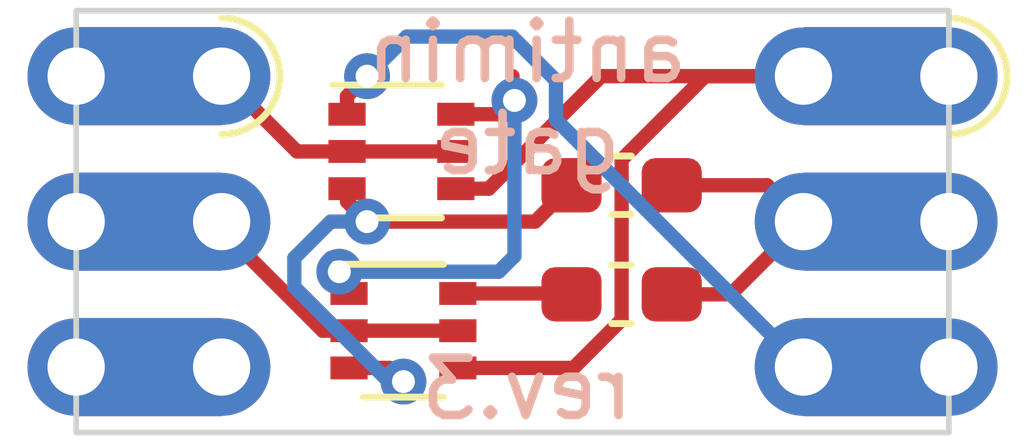
<source format=kicad_pcb>
(kicad_pcb (version 20171130) (host pcbnew 5.1.6)

  (general
    (thickness 1.6)
    (drawings 6)
    (tracks 58)
    (zones 0)
    (modules 6)
    (nets 10)
  )

  (page A4)
  (layers
    (0 F.Cu signal)
    (31 B.Cu signal)
    (32 B.Adhes user)
    (33 F.Adhes user)
    (34 B.Paste user)
    (35 F.Paste user)
    (36 B.SilkS user)
    (37 F.SilkS user)
    (38 B.Mask user)
    (39 F.Mask user)
    (40 Dwgs.User user)
    (41 Cmts.User user)
    (42 Eco1.User user)
    (43 Eco2.User user)
    (44 Edge.Cuts user)
    (45 Margin user)
    (46 B.CrtYd user)
    (47 F.CrtYd user)
    (48 B.Fab user)
    (49 F.Fab user hide)
  )

  (setup
    (last_trace_width 0.25)
    (user_trace_width 0.3)
    (trace_clearance 0.2)
    (zone_clearance 0.508)
    (zone_45_only no)
    (trace_min 0.2)
    (via_size 0.8)
    (via_drill 0.4)
    (via_min_size 0.4)
    (via_min_drill 0.3)
    (uvia_size 0.3)
    (uvia_drill 0.1)
    (uvias_allowed no)
    (uvia_min_size 0.2)
    (uvia_min_drill 0.1)
    (edge_width 0.05)
    (segment_width 0.2)
    (pcb_text_width 0.3)
    (pcb_text_size 1.5 1.5)
    (mod_edge_width 0.12)
    (mod_text_size 1 1)
    (mod_text_width 0.15)
    (pad_size 1.524 1.524)
    (pad_drill 0.762)
    (pad_to_mask_clearance 0.05)
    (aux_axis_origin 0 0)
    (visible_elements FFFFFF7F)
    (pcbplotparams
      (layerselection 0x010fc_ffffffff)
      (usegerberextensions false)
      (usegerberattributes true)
      (usegerberadvancedattributes true)
      (creategerberjobfile true)
      (excludeedgelayer true)
      (linewidth 0.100000)
      (plotframeref false)
      (viasonmask false)
      (mode 1)
      (useauxorigin false)
      (hpglpennumber 1)
      (hpglpenspeed 20)
      (hpglpendiameter 15.000000)
      (psnegative false)
      (psa4output false)
      (plotreference true)
      (plotvalue true)
      (plotinvisibletext false)
      (padsonsilk false)
      (subtractmaskfromsilk false)
      (outputformat 1)
      (mirror false)
      (drillshape 0)
      (scaleselection 1)
      (outputdirectory "../../../../pcbs/gates/antimin/"))
  )

  (net 0 "")
  (net 1 Vss)
  (net 2 Out)
  (net 3 B)
  (net 4 Vdd)
  (net 5 A)
  (net 6 "Net-(J1-Pad3)")
  (net 7 "Net-(Q1-Pad6)")
  (net 8 "Net-(Q1-Pad3)")
  (net 9 "Net-(Q2-Pad6)")

  (net_class Default "This is the default net class."
    (clearance 0.2)
    (trace_width 0.25)
    (via_dia 0.8)
    (via_drill 0.4)
    (uvia_dia 0.3)
    (uvia_drill 0.1)
    (add_net A)
    (add_net B)
    (add_net "Net-(J1-Pad3)")
    (add_net "Net-(Q1-Pad3)")
    (add_net "Net-(Q1-Pad6)")
    (add_net "Net-(Q2-Pad6)")
    (add_net Out)
    (add_net Vdd)
    (add_net Vss)
  )

  (module Castellation:Hybrid_Castellation_1x03_P2.54 (layer F.Cu) (tedit 60A116C0) (tstamp 5FF6B190)
    (at 93.98 56.515)
    (descr "Edge Castellation, 1x03, 2.54mm pitch, single row")
    (tags "Castellation Edge 1x03 2.54mm single row")
    (path /5FE289D5)
    (fp_text reference J2 (at 0 -2.54) (layer F.SilkS) hide
      (effects (font (size 1 1) (thickness 0.15)))
    )
    (fp_text value Conn_01x03 (at 0 7.85) (layer F.Fab)
      (effects (font (size 1 1) (thickness 0.15)))
    )
    (fp_line (start -2.54 6.35) (end 2.54 6.35) (layer F.Fab) (width 0.12))
    (fp_line (start -2.54 -1.27) (end 1.905 -1.27) (layer F.Fab) (width 0.12))
    (fp_line (start 1.905 -1.27) (end 2.54 -0.635) (layer F.Fab) (width 0.1))
    (fp_line (start -2.54 6.35) (end -2.54 -1.27) (layer F.Fab) (width 0.1))
    (fp_line (start 2.54 -0.635) (end 2.54 6.35) (layer F.Fab) (width 0.1))
    (fp_arc (start 1.27 0) (end 1.27 1.016) (angle -180) (layer F.SilkS) (width 0.12))
    (fp_text user %R (at 0 2.54 90) (layer F.Fab)
      (effects (font (size 1 1) (thickness 0.15)))
    )
    (pad 3 connect custom (at 0 5.08) (size 2.54 1.7145) (layers B.Cu B.Mask)
      (net 1 Vss) (zone_connect 0)
      (options (clearance outline) (anchor rect))
      (primitives
      ))
    (pad 2 connect custom (at 0 2.54) (size 2.54 1.7145) (layers B.Cu B.Mask)
      (net 2 Out) (zone_connect 0)
      (options (clearance outline) (anchor rect))
      (primitives
      ))
    (pad 1 connect custom (at 0 0) (size 2.54 1.7145) (layers B.Cu B.Mask)
      (net 4 Vdd) (zone_connect 0)
      (options (clearance outline) (anchor rect))
      (primitives
      ))
    (pad 3 connect custom (at 0 5.08) (size 2.54 1.7145) (layers F.Cu F.Mask)
      (net 1 Vss) (zone_connect 0)
      (options (clearance outline) (anchor rect))
      (primitives
      ))
    (pad 2 connect custom (at 0 2.54) (size 2.54 1.7145) (layers F.Cu F.Mask)
      (net 2 Out) (zone_connect 0)
      (options (clearance outline) (anchor rect))
      (primitives
      ))
    (pad 1 connect custom (at 0 0) (size 2.54 1.7145) (layers F.Cu F.Mask)
      (net 4 Vdd) (zone_connect 0)
      (options (clearance outline) (anchor rect))
      (primitives
      ))
    (pad 1 thru_hole oval (at 1.27 0) (size 1.7 1.7) (drill 1) (layers *.Cu *.Mask)
      (net 4 Vdd))
    (pad 2 thru_hole oval (at 1.27 2.54) (size 1.7 1.7) (drill 1) (layers *.Cu *.Mask)
      (net 2 Out))
    (pad 3 thru_hole oval (at 1.27 5.08) (size 1.7 1.7) (drill 1) (layers *.Cu *.Mask)
      (net 1 Vss))
    (pad 3 thru_hole oval (at -1.27 5.08) (size 1.7 1.7) (drill 1) (layers *.Cu *.Mask)
      (net 1 Vss))
    (pad 2 thru_hole oval (at -1.27 2.54) (size 1.7 1.7) (drill 1) (layers *.Cu *.Mask)
      (net 2 Out))
    (pad 1 thru_hole oval (at -1.27 0) (size 1.7 1.7) (drill 1) (layers *.Cu *.Mask)
      (net 4 Vdd))
  )

  (module Castellation:Hybrid_Castellation_1x03_P2.54 (layer F.Cu) (tedit 60A116C0) (tstamp 5FF6B182)
    (at 81.28 56.515)
    (descr "Edge Castellation, 1x03, 2.54mm pitch, single row")
    (tags "Castellation Edge 1x03 2.54mm single row")
    (path /5FE257B2)
    (fp_text reference J1 (at 0 -2.54) (layer F.SilkS) hide
      (effects (font (size 1 1) (thickness 0.15)))
    )
    (fp_text value Conn_01x03 (at 0 7.85) (layer F.Fab)
      (effects (font (size 1 1) (thickness 0.15)))
    )
    (fp_line (start -2.54 6.35) (end 2.54 6.35) (layer F.Fab) (width 0.12))
    (fp_line (start -2.54 -1.27) (end 1.905 -1.27) (layer F.Fab) (width 0.12))
    (fp_line (start 1.905 -1.27) (end 2.54 -0.635) (layer F.Fab) (width 0.1))
    (fp_line (start -2.54 6.35) (end -2.54 -1.27) (layer F.Fab) (width 0.1))
    (fp_line (start 2.54 -0.635) (end 2.54 6.35) (layer F.Fab) (width 0.1))
    (fp_arc (start 1.27 0) (end 1.27 1.016) (angle -180) (layer F.SilkS) (width 0.12))
    (fp_text user %R (at 0 2.54 90) (layer F.Fab)
      (effects (font (size 1 1) (thickness 0.15)))
    )
    (pad 3 connect custom (at 0 5.08) (size 2.54 1.7145) (layers B.Cu B.Mask)
      (net 6 "Net-(J1-Pad3)") (zone_connect 0)
      (options (clearance outline) (anchor rect))
      (primitives
      ))
    (pad 2 connect custom (at 0 2.54) (size 2.54 1.7145) (layers B.Cu B.Mask)
      (net 3 B) (zone_connect 0)
      (options (clearance outline) (anchor rect))
      (primitives
      ))
    (pad 1 connect custom (at 0 0) (size 2.54 1.7145) (layers B.Cu B.Mask)
      (net 5 A) (zone_connect 0)
      (options (clearance outline) (anchor rect))
      (primitives
      ))
    (pad 3 connect custom (at 0 5.08) (size 2.54 1.7145) (layers F.Cu F.Mask)
      (net 6 "Net-(J1-Pad3)") (zone_connect 0)
      (options (clearance outline) (anchor rect))
      (primitives
      ))
    (pad 2 connect custom (at 0 2.54) (size 2.54 1.7145) (layers F.Cu F.Mask)
      (net 3 B) (zone_connect 0)
      (options (clearance outline) (anchor rect))
      (primitives
      ))
    (pad 1 connect custom (at 0 0) (size 2.54 1.7145) (layers F.Cu F.Mask)
      (net 5 A) (zone_connect 0)
      (options (clearance outline) (anchor rect))
      (primitives
      ))
    (pad 1 thru_hole oval (at 1.27 0) (size 1.7 1.7) (drill 1) (layers *.Cu *.Mask)
      (net 5 A))
    (pad 2 thru_hole oval (at 1.27 2.54) (size 1.7 1.7) (drill 1) (layers *.Cu *.Mask)
      (net 3 B))
    (pad 3 thru_hole oval (at 1.27 5.08) (size 1.7 1.7) (drill 1) (layers *.Cu *.Mask)
      (net 6 "Net-(J1-Pad3)"))
    (pad 3 thru_hole oval (at -1.27 5.08) (size 1.7 1.7) (drill 1) (layers *.Cu *.Mask)
      (net 6 "Net-(J1-Pad3)"))
    (pad 2 thru_hole oval (at -1.27 2.54) (size 1.7 1.7) (drill 1) (layers *.Cu *.Mask)
      (net 3 B))
    (pad 1 thru_hole oval (at -1.27 0) (size 1.7 1.7) (drill 1) (layers *.Cu *.Mask)
      (net 5 A))
  )

  (module Resistor_SMD:R_0603_1608Metric_Pad1.05x0.95mm_HandSolder (layer F.Cu) (tedit 5B301BBD) (tstamp 5FF6B1DE)
    (at 89.535 60.325 180)
    (descr "Resistor SMD 0603 (1608 Metric), square (rectangular) end terminal, IPC_7351 nominal with elongated pad for handsoldering. (Body size source: http://www.tortai-tech.com/upload/download/2011102023233369053.pdf), generated with kicad-footprint-generator")
    (tags "resistor handsolder")
    (path /5FFA3C56)
    (attr smd)
    (fp_text reference R2 (at 0 -1.43) (layer F.SilkS) hide
      (effects (font (size 1 1) (thickness 0.15)))
    )
    (fp_text value 12k (at 0 1.43) (layer F.Fab)
      (effects (font (size 1 1) (thickness 0.15)))
    )
    (fp_line (start 1.65 0.73) (end -1.65 0.73) (layer F.CrtYd) (width 0.05))
    (fp_line (start 1.65 -0.73) (end 1.65 0.73) (layer F.CrtYd) (width 0.05))
    (fp_line (start -1.65 -0.73) (end 1.65 -0.73) (layer F.CrtYd) (width 0.05))
    (fp_line (start -1.65 0.73) (end -1.65 -0.73) (layer F.CrtYd) (width 0.05))
    (fp_line (start -0.171267 0.51) (end 0.171267 0.51) (layer F.SilkS) (width 0.12))
    (fp_line (start -0.171267 -0.51) (end 0.171267 -0.51) (layer F.SilkS) (width 0.12))
    (fp_line (start 0.8 0.4) (end -0.8 0.4) (layer F.Fab) (width 0.1))
    (fp_line (start 0.8 -0.4) (end 0.8 0.4) (layer F.Fab) (width 0.1))
    (fp_line (start -0.8 -0.4) (end 0.8 -0.4) (layer F.Fab) (width 0.1))
    (fp_line (start -0.8 0.4) (end -0.8 -0.4) (layer F.Fab) (width 0.1))
    (fp_text user %R (at 0 0) (layer F.Fab)
      (effects (font (size 0.4 0.4) (thickness 0.06)))
    )
    (pad 2 smd roundrect (at 0.875 0 180) (size 1.05 0.95) (layers F.Cu F.Paste F.Mask) (roundrect_rratio 0.25)
      (net 9 "Net-(Q2-Pad6)"))
    (pad 1 smd roundrect (at -0.875 0 180) (size 1.05 0.95) (layers F.Cu F.Paste F.Mask) (roundrect_rratio 0.25)
      (net 2 Out))
    (model ${KISYS3DMOD}/Resistor_SMD.3dshapes/R_0603_1608Metric.wrl
      (at (xyz 0 0 0))
      (scale (xyz 1 1 1))
      (rotate (xyz 0 0 0))
    )
  )

  (module Resistor_SMD:R_0603_1608Metric_Pad1.05x0.95mm_HandSolder (layer F.Cu) (tedit 5B301BBD) (tstamp 5FF6B1CD)
    (at 89.535 58.42)
    (descr "Resistor SMD 0603 (1608 Metric), square (rectangular) end terminal, IPC_7351 nominal with elongated pad for handsoldering. (Body size source: http://www.tortai-tech.com/upload/download/2011102023233369053.pdf), generated with kicad-footprint-generator")
    (tags "resistor handsolder")
    (path /5FFA272D)
    (attr smd)
    (fp_text reference R1 (at 0 -1.43) (layer F.SilkS) hide
      (effects (font (size 1 1) (thickness 0.15)))
    )
    (fp_text value 12k (at 0 1.43) (layer F.Fab)
      (effects (font (size 1 1) (thickness 0.15)))
    )
    (fp_line (start 1.65 0.73) (end -1.65 0.73) (layer F.CrtYd) (width 0.05))
    (fp_line (start 1.65 -0.73) (end 1.65 0.73) (layer F.CrtYd) (width 0.05))
    (fp_line (start -1.65 -0.73) (end 1.65 -0.73) (layer F.CrtYd) (width 0.05))
    (fp_line (start -1.65 0.73) (end -1.65 -0.73) (layer F.CrtYd) (width 0.05))
    (fp_line (start -0.171267 0.51) (end 0.171267 0.51) (layer F.SilkS) (width 0.12))
    (fp_line (start -0.171267 -0.51) (end 0.171267 -0.51) (layer F.SilkS) (width 0.12))
    (fp_line (start 0.8 0.4) (end -0.8 0.4) (layer F.Fab) (width 0.1))
    (fp_line (start 0.8 -0.4) (end 0.8 0.4) (layer F.Fab) (width 0.1))
    (fp_line (start -0.8 -0.4) (end 0.8 -0.4) (layer F.Fab) (width 0.1))
    (fp_line (start -0.8 0.4) (end -0.8 -0.4) (layer F.Fab) (width 0.1))
    (fp_text user %R (at 0 0) (layer F.Fab)
      (effects (font (size 0.4 0.4) (thickness 0.06)))
    )
    (pad 2 smd roundrect (at 0.875 0) (size 1.05 0.95) (layers F.Cu F.Paste F.Mask) (roundrect_rratio 0.25)
      (net 2 Out))
    (pad 1 smd roundrect (at -0.875 0) (size 1.05 0.95) (layers F.Cu F.Paste F.Mask) (roundrect_rratio 0.25)
      (net 8 "Net-(Q1-Pad3)"))
    (model ${KISYS3DMOD}/Resistor_SMD.3dshapes/R_0603_1608Metric.wrl
      (at (xyz 0 0 0))
      (scale (xyz 1 1 1))
      (rotate (xyz 0 0 0))
    )
  )

  (module Package_TO_SOT_SMD:SOT-363_SC-70-6 (layer F.Cu) (tedit 5A02FF57) (tstamp 5FF6B1BC)
    (at 85.725 60.96)
    (descr "SOT-363, SC-70-6")
    (tags "SOT-363 SC-70-6")
    (path /5FF95AB8)
    (attr smd)
    (fp_text reference Q2 (at 0 -2) (layer F.SilkS) hide
      (effects (font (size 1 1) (thickness 0.15)))
    )
    (fp_text value BSS8402DW (at 0 2 180) (layer F.Fab)
      (effects (font (size 1 1) (thickness 0.15)))
    )
    (fp_line (start -0.175 -1.1) (end -0.675 -0.6) (layer F.Fab) (width 0.1))
    (fp_line (start 0.675 1.1) (end -0.675 1.1) (layer F.Fab) (width 0.1))
    (fp_line (start 0.675 -1.1) (end 0.675 1.1) (layer F.Fab) (width 0.1))
    (fp_line (start -1.6 1.4) (end 1.6 1.4) (layer F.CrtYd) (width 0.05))
    (fp_line (start -0.675 -0.6) (end -0.675 1.1) (layer F.Fab) (width 0.1))
    (fp_line (start 0.675 -1.1) (end -0.175 -1.1) (layer F.Fab) (width 0.1))
    (fp_line (start -1.6 -1.4) (end 1.6 -1.4) (layer F.CrtYd) (width 0.05))
    (fp_line (start -1.6 -1.4) (end -1.6 1.4) (layer F.CrtYd) (width 0.05))
    (fp_line (start 1.6 1.4) (end 1.6 -1.4) (layer F.CrtYd) (width 0.05))
    (fp_line (start -0.7 1.16) (end 0.7 1.16) (layer F.SilkS) (width 0.12))
    (fp_line (start 0.7 -1.16) (end -1.2 -1.16) (layer F.SilkS) (width 0.12))
    (fp_text user %R (at 0 0 90) (layer F.Fab)
      (effects (font (size 0.5 0.5) (thickness 0.075)))
    )
    (pad 6 smd rect (at 0.95 -0.65) (size 0.65 0.4) (layers F.Cu F.Paste F.Mask)
      (net 9 "Net-(Q2-Pad6)"))
    (pad 4 smd rect (at 0.95 0.65) (size 0.65 0.4) (layers F.Cu F.Paste F.Mask)
      (net 4 Vdd))
    (pad 2 smd rect (at -0.95 0) (size 0.65 0.4) (layers F.Cu F.Paste F.Mask)
      (net 3 B))
    (pad 5 smd rect (at 0.95 0) (size 0.65 0.4) (layers F.Cu F.Paste F.Mask)
      (net 3 B))
    (pad 3 smd rect (at -0.95 0.65) (size 0.65 0.4) (layers F.Cu F.Paste F.Mask)
      (net 8 "Net-(Q1-Pad3)"))
    (pad 1 smd rect (at -0.95 -0.65) (size 0.65 0.4) (layers F.Cu F.Paste F.Mask)
      (net 7 "Net-(Q1-Pad6)"))
    (model ${KISYS3DMOD}/Package_TO_SOT_SMD.3dshapes/SOT-363_SC-70-6.wrl
      (at (xyz 0 0 0))
      (scale (xyz 1 1 1))
      (rotate (xyz 0 0 0))
    )
  )

  (module Package_TO_SOT_SMD:SOT-363_SC-70-6 (layer F.Cu) (tedit 5A02FF57) (tstamp 5FF6B1A6)
    (at 85.69 57.83)
    (descr "SOT-363, SC-70-6")
    (tags "SOT-363 SC-70-6")
    (path /5FF918B4)
    (attr smd)
    (fp_text reference Q1 (at 0 -2) (layer F.SilkS) hide
      (effects (font (size 1 1) (thickness 0.15)))
    )
    (fp_text value BSS8402DW (at 0 2 180) (layer F.Fab)
      (effects (font (size 1 1) (thickness 0.15)))
    )
    (fp_line (start -0.175 -1.1) (end -0.675 -0.6) (layer F.Fab) (width 0.1))
    (fp_line (start 0.675 1.1) (end -0.675 1.1) (layer F.Fab) (width 0.1))
    (fp_line (start 0.675 -1.1) (end 0.675 1.1) (layer F.Fab) (width 0.1))
    (fp_line (start -1.6 1.4) (end 1.6 1.4) (layer F.CrtYd) (width 0.05))
    (fp_line (start -0.675 -0.6) (end -0.675 1.1) (layer F.Fab) (width 0.1))
    (fp_line (start 0.675 -1.1) (end -0.175 -1.1) (layer F.Fab) (width 0.1))
    (fp_line (start -1.6 -1.4) (end 1.6 -1.4) (layer F.CrtYd) (width 0.05))
    (fp_line (start -1.6 -1.4) (end -1.6 1.4) (layer F.CrtYd) (width 0.05))
    (fp_line (start 1.6 1.4) (end 1.6 -1.4) (layer F.CrtYd) (width 0.05))
    (fp_line (start -0.7 1.16) (end 0.7 1.16) (layer F.SilkS) (width 0.12))
    (fp_line (start 0.7 -1.16) (end -1.2 -1.16) (layer F.SilkS) (width 0.12))
    (fp_text user %R (at 0 0 90) (layer F.Fab)
      (effects (font (size 0.5 0.5) (thickness 0.075)))
    )
    (pad 6 smd rect (at 0.95 -0.65) (size 0.65 0.4) (layers F.Cu F.Paste F.Mask)
      (net 7 "Net-(Q1-Pad6)"))
    (pad 4 smd rect (at 0.95 0.65) (size 0.65 0.4) (layers F.Cu F.Paste F.Mask)
      (net 4 Vdd))
    (pad 2 smd rect (at -0.95 0) (size 0.65 0.4) (layers F.Cu F.Paste F.Mask)
      (net 5 A))
    (pad 5 smd rect (at 0.95 0) (size 0.65 0.4) (layers F.Cu F.Paste F.Mask)
      (net 5 A))
    (pad 3 smd rect (at -0.95 0.65) (size 0.65 0.4) (layers F.Cu F.Paste F.Mask)
      (net 8 "Net-(Q1-Pad3)"))
    (pad 1 smd rect (at -0.95 -0.65) (size 0.65 0.4) (layers F.Cu F.Paste F.Mask)
      (net 1 Vss))
    (model ${KISYS3DMOD}/Package_TO_SOT_SMD.3dshapes/SOT-363_SC-70-6.wrl
      (at (xyz 0 0 0))
      (scale (xyz 1 1 1))
      (rotate (xyz 0 0 0))
    )
  )

  (gr_line (start 95.25 55.372) (end 95.25 62.738) (layer Edge.Cuts) (width 0.1))
  (gr_line (start 80.01 55.372) (end 95.25 55.372) (layer Edge.Cuts) (width 0.1))
  (gr_line (start 80.01 62.738) (end 80.01 55.372) (layer Edge.Cuts) (width 0.1))
  (gr_line (start 95.25 62.738) (end 80.01 62.738) (layer Edge.Cuts) (width 0.1))
  (gr_text rev.3 (at 87.884 61.976) (layer B.SilkS)
    (effects (font (size 1 1) (thickness 0.15)) (justify mirror))
  )
  (gr_text "antimin\ngate" (at 87.884 56.896) (layer B.SilkS)
    (effects (font (size 1 1) (thickness 0.15)) (justify mirror))
  )

  (segment (start 84.74 57.18) (end 84.74 56.865) (width 0.25) (layer F.Cu) (net 1))
  (segment (start 84.74 56.865) (end 85.09 56.515) (width 0.25) (layer F.Cu) (net 1))
  (segment (start 85.09 56.515) (end 85.09 56.515) (width 0.25) (layer F.Cu) (net 1) (tstamp 5FF6B4A5))
  (segment (start 85.09 56.515) (end 85.09 56.515) (width 0.25) (layer F.Cu) (net 1) (tstamp 5FF6B522))
  (via (at 85.09 56.515) (size 0.8) (drill 0.4) (layers F.Cu B.Cu) (net 1))
  (segment (start 88.388474 56.590791) (end 88.388474 57.273474) (width 0.25) (layer B.Cu) (net 1))
  (segment (start 87.621157 55.823474) (end 88.388474 56.590791) (width 0.25) (layer B.Cu) (net 1))
  (segment (start 85.09 56.515) (end 85.781526 55.823474) (width 0.25) (layer B.Cu) (net 1))
  (segment (start 88.388474 57.273474) (end 92.71 61.595) (width 0.25) (layer B.Cu) (net 1))
  (segment (start 85.781526 55.823474) (end 87.621157 55.823474) (width 0.25) (layer B.Cu) (net 1))
  (segment (start 91.44 60.325) (end 92.71 59.055) (width 0.25) (layer F.Cu) (net 2))
  (segment (start 90.41 60.325) (end 91.44 60.325) (width 0.25) (layer F.Cu) (net 2))
  (segment (start 92.075 58.42) (end 92.71 59.055) (width 0.25) (layer F.Cu) (net 2))
  (segment (start 90.41 58.42) (end 92.075 58.42) (width 0.25) (layer F.Cu) (net 2))
  (segment (start 84.775 60.96) (end 86.675 60.96) (width 0.25) (layer F.Cu) (net 3))
  (segment (start 84.314998 60.96) (end 84.775 60.96) (width 0.25) (layer F.Cu) (net 3))
  (segment (start 82.55 59.195002) (end 84.314998 60.96) (width 0.25) (layer F.Cu) (net 3))
  (segment (start 82.55 59.055) (end 82.55 59.195002) (width 0.25) (layer F.Cu) (net 3))
  (segment (start 89.18 56.515) (end 92.71 56.515) (width 0.25) (layer F.Cu) (net 4))
  (segment (start 87.215 58.48) (end 89.18 56.515) (width 0.25) (layer F.Cu) (net 4))
  (segment (start 86.64 58.48) (end 87.215 58.48) (width 0.25) (layer F.Cu) (net 4))
  (segment (start 88.69551 61.61) (end 89.535 60.77051) (width 0.25) (layer F.Cu) (net 4))
  (segment (start 86.675 61.61) (end 88.69551 61.61) (width 0.25) (layer F.Cu) (net 4))
  (segment (start 90.99449 56.515) (end 92.71 56.515) (width 0.25) (layer F.Cu) (net 4))
  (segment (start 89.535 57.97449) (end 90.99449 56.515) (width 0.25) (layer F.Cu) (net 4))
  (segment (start 89.535 60.77051) (end 89.535 57.97449) (width 0.25) (layer F.Cu) (net 4))
  (segment (start 84.74 57.83) (end 86.64 57.83) (width 0.25) (layer F.Cu) (net 5))
  (segment (start 83.865 57.83) (end 84.74 57.83) (width 0.25) (layer F.Cu) (net 5))
  (segment (start 82.55 56.515) (end 83.865 57.83) (width 0.25) (layer F.Cu) (net 5))
  (segment (start 87.63 56.515) (end 87.63 56.515) (width 0.25) (layer F.Cu) (net 7) (tstamp 5FF6B49C))
  (segment (start 84.455 59.69) (end 84.455 59.69) (width 0.25) (layer F.Cu) (net 7) (tstamp 5FF6B4BA))
  (segment (start 84.775 60.31) (end 84.775 60.10001) (width 0.25) (layer F.Cu) (net 7))
  (segment (start 84.775 60.10001) (end 84.605155 59.930165) (width 0.25) (layer F.Cu) (net 7))
  (via (at 84.605155 59.930165) (size 0.8) (drill 0.4) (layers F.Cu B.Cu) (net 7))
  (segment (start 87.663473 59.656527) (end 87.663473 56.938792) (width 0.25) (layer B.Cu) (net 7))
  (segment (start 87.422265 57.18) (end 87.663473 56.938792) (width 0.25) (layer F.Cu) (net 7))
  (via (at 87.663473 56.938792) (size 0.8) (drill 0.4) (layers F.Cu B.Cu) (net 7))
  (segment (start 86.64 57.18) (end 87.422265 57.18) (width 0.25) (layer F.Cu) (net 7))
  (segment (start 87.389835 59.930165) (end 87.663473 59.656527) (width 0.25) (layer B.Cu) (net 7))
  (segment (start 84.605155 59.930165) (end 87.389835 59.930165) (width 0.25) (layer B.Cu) (net 7))
  (segment (start 85.09 59.055) (end 85.09 59.055) (width 0.25) (layer F.Cu) (net 8) (tstamp 5FF6B489))
  (segment (start 85.09 59.055) (end 85.09 59.055) (width 0.25) (layer F.Cu) (net 8))
  (segment (start 84.74 58.705) (end 85.09 59.055) (width 0.25) (layer F.Cu) (net 8))
  (segment (start 84.74 58.48) (end 84.74 58.705) (width 0.25) (layer F.Cu) (net 8))
  (segment (start 88.025 59.055) (end 88.66 58.42) (width 0.25) (layer F.Cu) (net 8))
  (via (at 85.09 59.055) (size 0.8) (drill 0.4) (layers F.Cu B.Cu) (net 8))
  (segment (start 85.09 59.055) (end 88.025 59.055) (width 0.25) (layer F.Cu) (net 8) (tstamp 5FF6B4B2))
  (segment (start 84.775 61.61) (end 85.486 61.61) (width 0.25) (layer F.Cu) (net 8))
  (segment (start 85.486 61.61) (end 85.725 61.849) (width 0.25) (layer F.Cu) (net 8))
  (segment (start 85.725 61.849) (end 85.852 61.976) (width 0.25) (layer F.Cu) (net 8) (tstamp 60A11D5C))
  (via (at 85.725 61.849) (size 0.8) (drill 0.4) (layers F.Cu B.Cu) (net 8))
  (segment (start 85.725 61.849) (end 85.471 61.849) (width 0.25) (layer B.Cu) (net 8))
  (segment (start 85.471 61.849) (end 83.82 60.198) (width 0.25) (layer B.Cu) (net 8))
  (segment (start 83.82 60.198) (end 83.82 59.69) (width 0.25) (layer B.Cu) (net 8))
  (segment (start 84.455 59.055) (end 85.09 59.055) (width 0.25) (layer B.Cu) (net 8))
  (segment (start 83.82 59.69) (end 84.455 59.055) (width 0.25) (layer B.Cu) (net 8))
  (segment (start 88.645 60.31) (end 88.66 60.325) (width 0.25) (layer F.Cu) (net 9))
  (segment (start 86.675 60.31) (end 88.645 60.31) (width 0.25) (layer F.Cu) (net 9))

)

</source>
